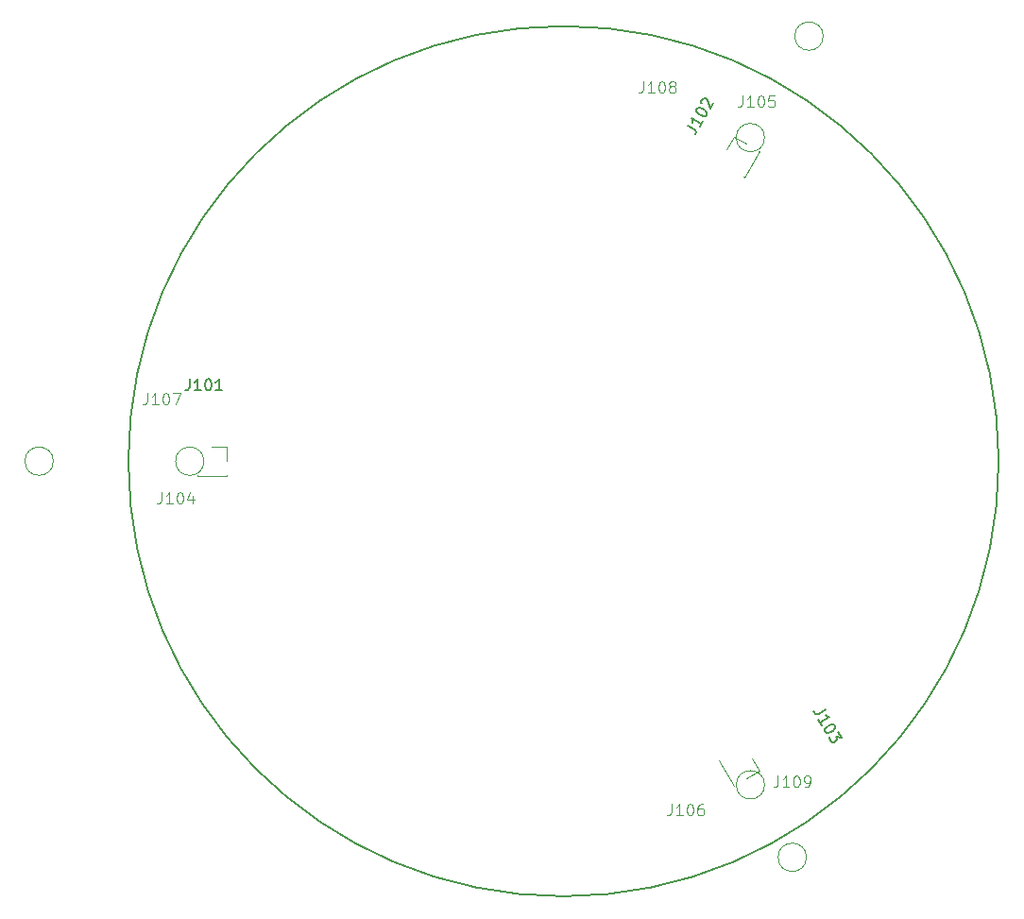
<source format=gbr>
%TF.GenerationSoftware,KiCad,Pcbnew,7.0.10*%
%TF.CreationDate,2024-02-11T22:45:47-05:00*%
%TF.ProjectId,bearing_outer_bottom,62656172-696e-4675-9f6f-757465725f62,rev?*%
%TF.SameCoordinates,Original*%
%TF.FileFunction,Legend,Top*%
%TF.FilePolarity,Positive*%
%FSLAX46Y46*%
G04 Gerber Fmt 4.6, Leading zero omitted, Abs format (unit mm)*
G04 Created by KiCad (PCBNEW 7.0.10) date 2024-02-11 22:45:47*
%MOMM*%
%LPD*%
G01*
G04 APERTURE LIST*
%ADD10C,0.150000*%
%ADD11C,0.100000*%
%ADD12C,0.120000*%
G04 APERTURE END LIST*
D10*
X89000000Y-50000000D02*
G75*
G03*
X11000000Y-50000000I-39000000J0D01*
G01*
X11000000Y-50000000D02*
G75*
G03*
X89000000Y-50000000I39000000J0D01*
G01*
D11*
X59674285Y-80737419D02*
X59674285Y-81451704D01*
X59674285Y-81451704D02*
X59626666Y-81594561D01*
X59626666Y-81594561D02*
X59531428Y-81689800D01*
X59531428Y-81689800D02*
X59388571Y-81737419D01*
X59388571Y-81737419D02*
X59293333Y-81737419D01*
X60674285Y-81737419D02*
X60102857Y-81737419D01*
X60388571Y-81737419D02*
X60388571Y-80737419D01*
X60388571Y-80737419D02*
X60293333Y-80880276D01*
X60293333Y-80880276D02*
X60198095Y-80975514D01*
X60198095Y-80975514D02*
X60102857Y-81023133D01*
X61293333Y-80737419D02*
X61388571Y-80737419D01*
X61388571Y-80737419D02*
X61483809Y-80785038D01*
X61483809Y-80785038D02*
X61531428Y-80832657D01*
X61531428Y-80832657D02*
X61579047Y-80927895D01*
X61579047Y-80927895D02*
X61626666Y-81118371D01*
X61626666Y-81118371D02*
X61626666Y-81356466D01*
X61626666Y-81356466D02*
X61579047Y-81546942D01*
X61579047Y-81546942D02*
X61531428Y-81642180D01*
X61531428Y-81642180D02*
X61483809Y-81689800D01*
X61483809Y-81689800D02*
X61388571Y-81737419D01*
X61388571Y-81737419D02*
X61293333Y-81737419D01*
X61293333Y-81737419D02*
X61198095Y-81689800D01*
X61198095Y-81689800D02*
X61150476Y-81642180D01*
X61150476Y-81642180D02*
X61102857Y-81546942D01*
X61102857Y-81546942D02*
X61055238Y-81356466D01*
X61055238Y-81356466D02*
X61055238Y-81118371D01*
X61055238Y-81118371D02*
X61102857Y-80927895D01*
X61102857Y-80927895D02*
X61150476Y-80832657D01*
X61150476Y-80832657D02*
X61198095Y-80785038D01*
X61198095Y-80785038D02*
X61293333Y-80737419D01*
X62483809Y-80737419D02*
X62293333Y-80737419D01*
X62293333Y-80737419D02*
X62198095Y-80785038D01*
X62198095Y-80785038D02*
X62150476Y-80832657D01*
X62150476Y-80832657D02*
X62055238Y-80975514D01*
X62055238Y-80975514D02*
X62007619Y-81165990D01*
X62007619Y-81165990D02*
X62007619Y-81546942D01*
X62007619Y-81546942D02*
X62055238Y-81642180D01*
X62055238Y-81642180D02*
X62102857Y-81689800D01*
X62102857Y-81689800D02*
X62198095Y-81737419D01*
X62198095Y-81737419D02*
X62388571Y-81737419D01*
X62388571Y-81737419D02*
X62483809Y-81689800D01*
X62483809Y-81689800D02*
X62531428Y-81642180D01*
X62531428Y-81642180D02*
X62579047Y-81546942D01*
X62579047Y-81546942D02*
X62579047Y-81308847D01*
X62579047Y-81308847D02*
X62531428Y-81213609D01*
X62531428Y-81213609D02*
X62483809Y-81165990D01*
X62483809Y-81165990D02*
X62388571Y-81118371D01*
X62388571Y-81118371D02*
X62198095Y-81118371D01*
X62198095Y-81118371D02*
X62102857Y-81165990D01*
X62102857Y-81165990D02*
X62055238Y-81213609D01*
X62055238Y-81213609D02*
X62007619Y-81308847D01*
X57134285Y-15967419D02*
X57134285Y-16681704D01*
X57134285Y-16681704D02*
X57086666Y-16824561D01*
X57086666Y-16824561D02*
X56991428Y-16919800D01*
X56991428Y-16919800D02*
X56848571Y-16967419D01*
X56848571Y-16967419D02*
X56753333Y-16967419D01*
X58134285Y-16967419D02*
X57562857Y-16967419D01*
X57848571Y-16967419D02*
X57848571Y-15967419D01*
X57848571Y-15967419D02*
X57753333Y-16110276D01*
X57753333Y-16110276D02*
X57658095Y-16205514D01*
X57658095Y-16205514D02*
X57562857Y-16253133D01*
X58753333Y-15967419D02*
X58848571Y-15967419D01*
X58848571Y-15967419D02*
X58943809Y-16015038D01*
X58943809Y-16015038D02*
X58991428Y-16062657D01*
X58991428Y-16062657D02*
X59039047Y-16157895D01*
X59039047Y-16157895D02*
X59086666Y-16348371D01*
X59086666Y-16348371D02*
X59086666Y-16586466D01*
X59086666Y-16586466D02*
X59039047Y-16776942D01*
X59039047Y-16776942D02*
X58991428Y-16872180D01*
X58991428Y-16872180D02*
X58943809Y-16919800D01*
X58943809Y-16919800D02*
X58848571Y-16967419D01*
X58848571Y-16967419D02*
X58753333Y-16967419D01*
X58753333Y-16967419D02*
X58658095Y-16919800D01*
X58658095Y-16919800D02*
X58610476Y-16872180D01*
X58610476Y-16872180D02*
X58562857Y-16776942D01*
X58562857Y-16776942D02*
X58515238Y-16586466D01*
X58515238Y-16586466D02*
X58515238Y-16348371D01*
X58515238Y-16348371D02*
X58562857Y-16157895D01*
X58562857Y-16157895D02*
X58610476Y-16062657D01*
X58610476Y-16062657D02*
X58658095Y-16015038D01*
X58658095Y-16015038D02*
X58753333Y-15967419D01*
X59658095Y-16395990D02*
X59562857Y-16348371D01*
X59562857Y-16348371D02*
X59515238Y-16300752D01*
X59515238Y-16300752D02*
X59467619Y-16205514D01*
X59467619Y-16205514D02*
X59467619Y-16157895D01*
X59467619Y-16157895D02*
X59515238Y-16062657D01*
X59515238Y-16062657D02*
X59562857Y-16015038D01*
X59562857Y-16015038D02*
X59658095Y-15967419D01*
X59658095Y-15967419D02*
X59848571Y-15967419D01*
X59848571Y-15967419D02*
X59943809Y-16015038D01*
X59943809Y-16015038D02*
X59991428Y-16062657D01*
X59991428Y-16062657D02*
X60039047Y-16157895D01*
X60039047Y-16157895D02*
X60039047Y-16205514D01*
X60039047Y-16205514D02*
X59991428Y-16300752D01*
X59991428Y-16300752D02*
X59943809Y-16348371D01*
X59943809Y-16348371D02*
X59848571Y-16395990D01*
X59848571Y-16395990D02*
X59658095Y-16395990D01*
X59658095Y-16395990D02*
X59562857Y-16443609D01*
X59562857Y-16443609D02*
X59515238Y-16491228D01*
X59515238Y-16491228D02*
X59467619Y-16586466D01*
X59467619Y-16586466D02*
X59467619Y-16776942D01*
X59467619Y-16776942D02*
X59515238Y-16872180D01*
X59515238Y-16872180D02*
X59562857Y-16919800D01*
X59562857Y-16919800D02*
X59658095Y-16967419D01*
X59658095Y-16967419D02*
X59848571Y-16967419D01*
X59848571Y-16967419D02*
X59943809Y-16919800D01*
X59943809Y-16919800D02*
X59991428Y-16872180D01*
X59991428Y-16872180D02*
X60039047Y-16776942D01*
X60039047Y-16776942D02*
X60039047Y-16586466D01*
X60039047Y-16586466D02*
X59991428Y-16491228D01*
X59991428Y-16491228D02*
X59943809Y-16443609D01*
X59943809Y-16443609D02*
X59848571Y-16395990D01*
D10*
X73489283Y-72273948D02*
X72870693Y-72631090D01*
X72870693Y-72631090D02*
X72723166Y-72661280D01*
X72723166Y-72661280D02*
X72593068Y-72626420D01*
X72593068Y-72626420D02*
X72480400Y-72526512D01*
X72480400Y-72526512D02*
X72432781Y-72444033D01*
X73123258Y-73639973D02*
X72837543Y-73145102D01*
X72980400Y-73392537D02*
X73846426Y-72892537D01*
X73846426Y-72892537D02*
X73675089Y-72881487D01*
X73675089Y-72881487D02*
X73544991Y-72846628D01*
X73544991Y-72846628D02*
X73456133Y-72787959D01*
X74298807Y-73676084D02*
X74346426Y-73758563D01*
X74346426Y-73758563D02*
X74352806Y-73864851D01*
X74352806Y-73864851D02*
X74335376Y-73929900D01*
X74335376Y-73929900D02*
X74276707Y-74018758D01*
X74276707Y-74018758D02*
X74135559Y-74155236D01*
X74135559Y-74155236D02*
X73929362Y-74274283D01*
X73929362Y-74274283D02*
X73740596Y-74328282D01*
X73740596Y-74328282D02*
X73634308Y-74334662D01*
X73634308Y-74334662D02*
X73569259Y-74317232D01*
X73569259Y-74317232D02*
X73480400Y-74258563D01*
X73480400Y-74258563D02*
X73432781Y-74176084D01*
X73432781Y-74176084D02*
X73426402Y-74069796D01*
X73426402Y-74069796D02*
X73443831Y-74004747D01*
X73443831Y-74004747D02*
X73502500Y-73915889D01*
X73502500Y-73915889D02*
X73643648Y-73779412D01*
X73643648Y-73779412D02*
X73849845Y-73660364D01*
X73849845Y-73660364D02*
X74038611Y-73606365D01*
X74038611Y-73606365D02*
X74144900Y-73599985D01*
X74144900Y-73599985D02*
X74209948Y-73617415D01*
X74209948Y-73617415D02*
X74298807Y-73676084D01*
X74632140Y-74253435D02*
X74941664Y-74789546D01*
X74941664Y-74789546D02*
X74445083Y-74691347D01*
X74445083Y-74691347D02*
X74516511Y-74815064D01*
X74516511Y-74815064D02*
X74522891Y-74921353D01*
X74522891Y-74921353D02*
X74505461Y-74986401D01*
X74505461Y-74986401D02*
X74446792Y-75075260D01*
X74446792Y-75075260D02*
X74240596Y-75194307D01*
X74240596Y-75194307D02*
X74134308Y-75200687D01*
X74134308Y-75200687D02*
X74069259Y-75183257D01*
X74069259Y-75183257D02*
X73980400Y-75124588D01*
X73980400Y-75124588D02*
X73837543Y-74877152D01*
X73837543Y-74877152D02*
X73831164Y-74770864D01*
X73831164Y-74770864D02*
X73848593Y-74705816D01*
D11*
X13954285Y-52797419D02*
X13954285Y-53511704D01*
X13954285Y-53511704D02*
X13906666Y-53654561D01*
X13906666Y-53654561D02*
X13811428Y-53749800D01*
X13811428Y-53749800D02*
X13668571Y-53797419D01*
X13668571Y-53797419D02*
X13573333Y-53797419D01*
X14954285Y-53797419D02*
X14382857Y-53797419D01*
X14668571Y-53797419D02*
X14668571Y-52797419D01*
X14668571Y-52797419D02*
X14573333Y-52940276D01*
X14573333Y-52940276D02*
X14478095Y-53035514D01*
X14478095Y-53035514D02*
X14382857Y-53083133D01*
X15573333Y-52797419D02*
X15668571Y-52797419D01*
X15668571Y-52797419D02*
X15763809Y-52845038D01*
X15763809Y-52845038D02*
X15811428Y-52892657D01*
X15811428Y-52892657D02*
X15859047Y-52987895D01*
X15859047Y-52987895D02*
X15906666Y-53178371D01*
X15906666Y-53178371D02*
X15906666Y-53416466D01*
X15906666Y-53416466D02*
X15859047Y-53606942D01*
X15859047Y-53606942D02*
X15811428Y-53702180D01*
X15811428Y-53702180D02*
X15763809Y-53749800D01*
X15763809Y-53749800D02*
X15668571Y-53797419D01*
X15668571Y-53797419D02*
X15573333Y-53797419D01*
X15573333Y-53797419D02*
X15478095Y-53749800D01*
X15478095Y-53749800D02*
X15430476Y-53702180D01*
X15430476Y-53702180D02*
X15382857Y-53606942D01*
X15382857Y-53606942D02*
X15335238Y-53416466D01*
X15335238Y-53416466D02*
X15335238Y-53178371D01*
X15335238Y-53178371D02*
X15382857Y-52987895D01*
X15382857Y-52987895D02*
X15430476Y-52892657D01*
X15430476Y-52892657D02*
X15478095Y-52845038D01*
X15478095Y-52845038D02*
X15573333Y-52797419D01*
X16763809Y-53130752D02*
X16763809Y-53797419D01*
X16525714Y-52749800D02*
X16287619Y-53464085D01*
X16287619Y-53464085D02*
X16906666Y-53464085D01*
X69214285Y-78197419D02*
X69214285Y-78911704D01*
X69214285Y-78911704D02*
X69166666Y-79054561D01*
X69166666Y-79054561D02*
X69071428Y-79149800D01*
X69071428Y-79149800D02*
X68928571Y-79197419D01*
X68928571Y-79197419D02*
X68833333Y-79197419D01*
X70214285Y-79197419D02*
X69642857Y-79197419D01*
X69928571Y-79197419D02*
X69928571Y-78197419D01*
X69928571Y-78197419D02*
X69833333Y-78340276D01*
X69833333Y-78340276D02*
X69738095Y-78435514D01*
X69738095Y-78435514D02*
X69642857Y-78483133D01*
X70833333Y-78197419D02*
X70928571Y-78197419D01*
X70928571Y-78197419D02*
X71023809Y-78245038D01*
X71023809Y-78245038D02*
X71071428Y-78292657D01*
X71071428Y-78292657D02*
X71119047Y-78387895D01*
X71119047Y-78387895D02*
X71166666Y-78578371D01*
X71166666Y-78578371D02*
X71166666Y-78816466D01*
X71166666Y-78816466D02*
X71119047Y-79006942D01*
X71119047Y-79006942D02*
X71071428Y-79102180D01*
X71071428Y-79102180D02*
X71023809Y-79149800D01*
X71023809Y-79149800D02*
X70928571Y-79197419D01*
X70928571Y-79197419D02*
X70833333Y-79197419D01*
X70833333Y-79197419D02*
X70738095Y-79149800D01*
X70738095Y-79149800D02*
X70690476Y-79102180D01*
X70690476Y-79102180D02*
X70642857Y-79006942D01*
X70642857Y-79006942D02*
X70595238Y-78816466D01*
X70595238Y-78816466D02*
X70595238Y-78578371D01*
X70595238Y-78578371D02*
X70642857Y-78387895D01*
X70642857Y-78387895D02*
X70690476Y-78292657D01*
X70690476Y-78292657D02*
X70738095Y-78245038D01*
X70738095Y-78245038D02*
X70833333Y-78197419D01*
X71642857Y-79197419D02*
X71833333Y-79197419D01*
X71833333Y-79197419D02*
X71928571Y-79149800D01*
X71928571Y-79149800D02*
X71976190Y-79102180D01*
X71976190Y-79102180D02*
X72071428Y-78959323D01*
X72071428Y-78959323D02*
X72119047Y-78768847D01*
X72119047Y-78768847D02*
X72119047Y-78387895D01*
X72119047Y-78387895D02*
X72071428Y-78292657D01*
X72071428Y-78292657D02*
X72023809Y-78245038D01*
X72023809Y-78245038D02*
X71928571Y-78197419D01*
X71928571Y-78197419D02*
X71738095Y-78197419D01*
X71738095Y-78197419D02*
X71642857Y-78245038D01*
X71642857Y-78245038D02*
X71595238Y-78292657D01*
X71595238Y-78292657D02*
X71547619Y-78387895D01*
X71547619Y-78387895D02*
X71547619Y-78625990D01*
X71547619Y-78625990D02*
X71595238Y-78721228D01*
X71595238Y-78721228D02*
X71642857Y-78768847D01*
X71642857Y-78768847D02*
X71738095Y-78816466D01*
X71738095Y-78816466D02*
X71928571Y-78816466D01*
X71928571Y-78816466D02*
X72023809Y-78768847D01*
X72023809Y-78768847D02*
X72071428Y-78721228D01*
X72071428Y-78721228D02*
X72119047Y-78625990D01*
X66024285Y-17237419D02*
X66024285Y-17951704D01*
X66024285Y-17951704D02*
X65976666Y-18094561D01*
X65976666Y-18094561D02*
X65881428Y-18189800D01*
X65881428Y-18189800D02*
X65738571Y-18237419D01*
X65738571Y-18237419D02*
X65643333Y-18237419D01*
X67024285Y-18237419D02*
X66452857Y-18237419D01*
X66738571Y-18237419D02*
X66738571Y-17237419D01*
X66738571Y-17237419D02*
X66643333Y-17380276D01*
X66643333Y-17380276D02*
X66548095Y-17475514D01*
X66548095Y-17475514D02*
X66452857Y-17523133D01*
X67643333Y-17237419D02*
X67738571Y-17237419D01*
X67738571Y-17237419D02*
X67833809Y-17285038D01*
X67833809Y-17285038D02*
X67881428Y-17332657D01*
X67881428Y-17332657D02*
X67929047Y-17427895D01*
X67929047Y-17427895D02*
X67976666Y-17618371D01*
X67976666Y-17618371D02*
X67976666Y-17856466D01*
X67976666Y-17856466D02*
X67929047Y-18046942D01*
X67929047Y-18046942D02*
X67881428Y-18142180D01*
X67881428Y-18142180D02*
X67833809Y-18189800D01*
X67833809Y-18189800D02*
X67738571Y-18237419D01*
X67738571Y-18237419D02*
X67643333Y-18237419D01*
X67643333Y-18237419D02*
X67548095Y-18189800D01*
X67548095Y-18189800D02*
X67500476Y-18142180D01*
X67500476Y-18142180D02*
X67452857Y-18046942D01*
X67452857Y-18046942D02*
X67405238Y-17856466D01*
X67405238Y-17856466D02*
X67405238Y-17618371D01*
X67405238Y-17618371D02*
X67452857Y-17427895D01*
X67452857Y-17427895D02*
X67500476Y-17332657D01*
X67500476Y-17332657D02*
X67548095Y-17285038D01*
X67548095Y-17285038D02*
X67643333Y-17237419D01*
X68881428Y-17237419D02*
X68405238Y-17237419D01*
X68405238Y-17237419D02*
X68357619Y-17713609D01*
X68357619Y-17713609D02*
X68405238Y-17665990D01*
X68405238Y-17665990D02*
X68500476Y-17618371D01*
X68500476Y-17618371D02*
X68738571Y-17618371D01*
X68738571Y-17618371D02*
X68833809Y-17665990D01*
X68833809Y-17665990D02*
X68881428Y-17713609D01*
X68881428Y-17713609D02*
X68929047Y-17808847D01*
X68929047Y-17808847D02*
X68929047Y-18046942D01*
X68929047Y-18046942D02*
X68881428Y-18142180D01*
X68881428Y-18142180D02*
X68833809Y-18189800D01*
X68833809Y-18189800D02*
X68738571Y-18237419D01*
X68738571Y-18237419D02*
X68500476Y-18237419D01*
X68500476Y-18237419D02*
X68405238Y-18189800D01*
X68405238Y-18189800D02*
X68357619Y-18142180D01*
D10*
X61115002Y-19890870D02*
X61733591Y-20248013D01*
X61733591Y-20248013D02*
X61833500Y-20360681D01*
X61833500Y-20360681D02*
X61868359Y-20490779D01*
X61868359Y-20490779D02*
X61838170Y-20638306D01*
X61838170Y-20638306D02*
X61790551Y-20720785D01*
X62481027Y-19524845D02*
X62195313Y-20019716D01*
X62338170Y-19772281D02*
X61472145Y-19272281D01*
X61472145Y-19272281D02*
X61548244Y-19426188D01*
X61548244Y-19426188D02*
X61583103Y-19556285D01*
X61583103Y-19556285D02*
X61576723Y-19662574D01*
X61924526Y-18488734D02*
X61972145Y-18406255D01*
X61972145Y-18406255D02*
X62061003Y-18347586D01*
X62061003Y-18347586D02*
X62126052Y-18330156D01*
X62126052Y-18330156D02*
X62232340Y-18336536D01*
X62232340Y-18336536D02*
X62421107Y-18390535D01*
X62421107Y-18390535D02*
X62627303Y-18509582D01*
X62627303Y-18509582D02*
X62768451Y-18646060D01*
X62768451Y-18646060D02*
X62827120Y-18734918D01*
X62827120Y-18734918D02*
X62844550Y-18799967D01*
X62844550Y-18799967D02*
X62838170Y-18906255D01*
X62838170Y-18906255D02*
X62790551Y-18988734D01*
X62790551Y-18988734D02*
X62701693Y-19047403D01*
X62701693Y-19047403D02*
X62636644Y-19064833D01*
X62636644Y-19064833D02*
X62530356Y-19058453D01*
X62530356Y-19058453D02*
X62341589Y-19004454D01*
X62341589Y-19004454D02*
X62135392Y-18885407D01*
X62135392Y-18885407D02*
X61994245Y-18748929D01*
X61994245Y-18748929D02*
X61935576Y-18660071D01*
X61935576Y-18660071D02*
X61918146Y-18595022D01*
X61918146Y-18595022D02*
X61924526Y-18488734D01*
X62364147Y-17917763D02*
X62346717Y-17852714D01*
X62346717Y-17852714D02*
X62353097Y-17746426D01*
X62353097Y-17746426D02*
X62472145Y-17540230D01*
X62472145Y-17540230D02*
X62561003Y-17481561D01*
X62561003Y-17481561D02*
X62626052Y-17464131D01*
X62626052Y-17464131D02*
X62732340Y-17470511D01*
X62732340Y-17470511D02*
X62814819Y-17518130D01*
X62814819Y-17518130D02*
X62914727Y-17630798D01*
X62914727Y-17630798D02*
X63123884Y-18411383D01*
X63123884Y-18411383D02*
X63433408Y-17875273D01*
X16494285Y-42634819D02*
X16494285Y-43349104D01*
X16494285Y-43349104D02*
X16446666Y-43491961D01*
X16446666Y-43491961D02*
X16351428Y-43587200D01*
X16351428Y-43587200D02*
X16208571Y-43634819D01*
X16208571Y-43634819D02*
X16113333Y-43634819D01*
X17494285Y-43634819D02*
X16922857Y-43634819D01*
X17208571Y-43634819D02*
X17208571Y-42634819D01*
X17208571Y-42634819D02*
X17113333Y-42777676D01*
X17113333Y-42777676D02*
X17018095Y-42872914D01*
X17018095Y-42872914D02*
X16922857Y-42920533D01*
X18113333Y-42634819D02*
X18208571Y-42634819D01*
X18208571Y-42634819D02*
X18303809Y-42682438D01*
X18303809Y-42682438D02*
X18351428Y-42730057D01*
X18351428Y-42730057D02*
X18399047Y-42825295D01*
X18399047Y-42825295D02*
X18446666Y-43015771D01*
X18446666Y-43015771D02*
X18446666Y-43253866D01*
X18446666Y-43253866D02*
X18399047Y-43444342D01*
X18399047Y-43444342D02*
X18351428Y-43539580D01*
X18351428Y-43539580D02*
X18303809Y-43587200D01*
X18303809Y-43587200D02*
X18208571Y-43634819D01*
X18208571Y-43634819D02*
X18113333Y-43634819D01*
X18113333Y-43634819D02*
X18018095Y-43587200D01*
X18018095Y-43587200D02*
X17970476Y-43539580D01*
X17970476Y-43539580D02*
X17922857Y-43444342D01*
X17922857Y-43444342D02*
X17875238Y-43253866D01*
X17875238Y-43253866D02*
X17875238Y-43015771D01*
X17875238Y-43015771D02*
X17922857Y-42825295D01*
X17922857Y-42825295D02*
X17970476Y-42730057D01*
X17970476Y-42730057D02*
X18018095Y-42682438D01*
X18018095Y-42682438D02*
X18113333Y-42634819D01*
X19399047Y-43634819D02*
X18827619Y-43634819D01*
X19113333Y-43634819D02*
X19113333Y-42634819D01*
X19113333Y-42634819D02*
X19018095Y-42777676D01*
X19018095Y-42777676D02*
X18922857Y-42872914D01*
X18922857Y-42872914D02*
X18827619Y-42920533D01*
D11*
X12684285Y-43907419D02*
X12684285Y-44621704D01*
X12684285Y-44621704D02*
X12636666Y-44764561D01*
X12636666Y-44764561D02*
X12541428Y-44859800D01*
X12541428Y-44859800D02*
X12398571Y-44907419D01*
X12398571Y-44907419D02*
X12303333Y-44907419D01*
X13684285Y-44907419D02*
X13112857Y-44907419D01*
X13398571Y-44907419D02*
X13398571Y-43907419D01*
X13398571Y-43907419D02*
X13303333Y-44050276D01*
X13303333Y-44050276D02*
X13208095Y-44145514D01*
X13208095Y-44145514D02*
X13112857Y-44193133D01*
X14303333Y-43907419D02*
X14398571Y-43907419D01*
X14398571Y-43907419D02*
X14493809Y-43955038D01*
X14493809Y-43955038D02*
X14541428Y-44002657D01*
X14541428Y-44002657D02*
X14589047Y-44097895D01*
X14589047Y-44097895D02*
X14636666Y-44288371D01*
X14636666Y-44288371D02*
X14636666Y-44526466D01*
X14636666Y-44526466D02*
X14589047Y-44716942D01*
X14589047Y-44716942D02*
X14541428Y-44812180D01*
X14541428Y-44812180D02*
X14493809Y-44859800D01*
X14493809Y-44859800D02*
X14398571Y-44907419D01*
X14398571Y-44907419D02*
X14303333Y-44907419D01*
X14303333Y-44907419D02*
X14208095Y-44859800D01*
X14208095Y-44859800D02*
X14160476Y-44812180D01*
X14160476Y-44812180D02*
X14112857Y-44716942D01*
X14112857Y-44716942D02*
X14065238Y-44526466D01*
X14065238Y-44526466D02*
X14065238Y-44288371D01*
X14065238Y-44288371D02*
X14112857Y-44097895D01*
X14112857Y-44097895D02*
X14160476Y-44002657D01*
X14160476Y-44002657D02*
X14208095Y-43955038D01*
X14208095Y-43955038D02*
X14303333Y-43907419D01*
X14970000Y-43907419D02*
X15636666Y-43907419D01*
X15636666Y-43907419D02*
X15208095Y-44907419D01*
%TO.C,J106*%
X68020000Y-79012000D02*
G75*
G03*
X65480000Y-79012000I-1270000J0D01*
G01*
X65480000Y-79012000D02*
G75*
G03*
X68020000Y-79012000I1270000J0D01*
G01*
%TO.C,J108*%
X73270000Y-11895000D02*
G75*
G03*
X70730000Y-11895000I-1270000J0D01*
G01*
X70730000Y-11895000D02*
G75*
G03*
X73270000Y-11895000I1270000J0D01*
G01*
D12*
%TO.C,J103*%
X64037109Y-76733186D02*
X63933186Y-76793186D01*
X63933186Y-76793186D02*
X65263186Y-79096814D01*
X66901814Y-76615000D02*
X67566814Y-77766814D01*
X67566814Y-77766814D02*
X66415000Y-78431814D01*
X65367109Y-79036814D02*
X65263186Y-79096814D01*
D11*
%TO.C,J104*%
X17770000Y-50000000D02*
G75*
G03*
X15230000Y-50000000I-1270000J0D01*
G01*
X15230000Y-50000000D02*
G75*
G03*
X17770000Y-50000000I1270000J0D01*
G01*
%TO.C,J109*%
X71770000Y-85507000D02*
G75*
G03*
X69230000Y-85507000I-1270000J0D01*
G01*
X69230000Y-85507000D02*
G75*
G03*
X71770000Y-85507000I1270000J0D01*
G01*
%TO.C,J105*%
X68020000Y-20988000D02*
G75*
G03*
X65480000Y-20988000I-1270000J0D01*
G01*
X65480000Y-20988000D02*
G75*
G03*
X68020000Y-20988000I1270000J0D01*
G01*
D12*
%TO.C,J102*%
X66132891Y-24476814D02*
X66236814Y-24536814D01*
X66236814Y-24536814D02*
X67566814Y-22233186D01*
X64598186Y-22055000D02*
X65263186Y-20903186D01*
X65263186Y-20903186D02*
X66415000Y-21568186D01*
X67462891Y-22173186D02*
X67566814Y-22233186D01*
%TO.C,J101*%
X17170000Y-51210000D02*
X17170000Y-51330000D01*
X17170000Y-51330000D02*
X19830000Y-51330000D01*
X18500000Y-48670000D02*
X19830000Y-48670000D01*
X19830000Y-48670000D02*
X19830000Y-50000000D01*
X19830000Y-51210000D02*
X19830000Y-51330000D01*
D11*
%TO.C,J107*%
X4270000Y-50000000D02*
G75*
G03*
X1730000Y-50000000I-1270000J0D01*
G01*
X1730000Y-50000000D02*
G75*
G03*
X4270000Y-50000000I1270000J0D01*
G01*
%TD*%
M02*

</source>
